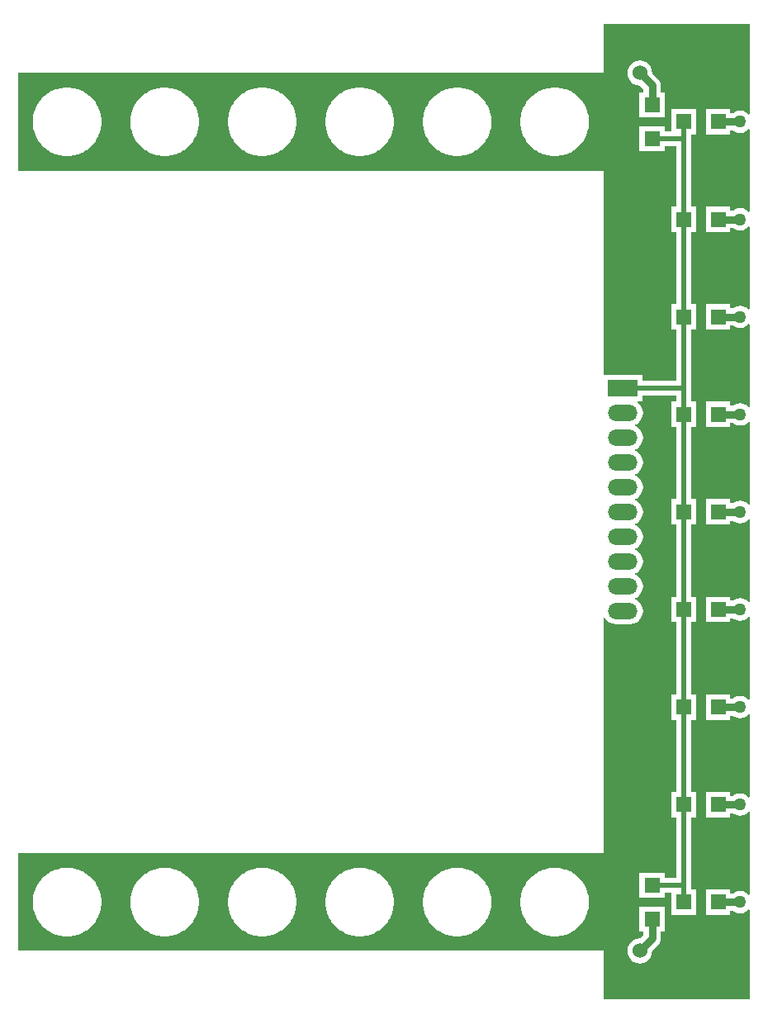
<source format=gtl>
G04 Layer_Physical_Order=1*
G04 Layer_Color=255*
%FSLAX25Y25*%
%MOIN*%
G70*
G01*
G75*
%ADD10R,0.06299X0.05906*%
%ADD11R,0.05906X0.06299*%
%ADD12C,0.03000*%
%ADD13C,0.02000*%
%ADD14C,0.06000*%
%ADD15O,0.12000X0.06500*%
%ADD16R,0.12000X0.06500*%
%ADD17C,0.05000*%
G36*
X334646Y396783D02*
X334146Y396614D01*
X333918Y396910D01*
X332978Y397632D01*
X331883Y398085D01*
X330709Y398240D01*
X329534Y398085D01*
X328439Y397632D01*
X327917Y397231D01*
X326803D01*
Y398850D01*
X316898D01*
Y388551D01*
X326803D01*
Y390171D01*
X327917D01*
X328439Y389770D01*
X329534Y389317D01*
X330709Y389162D01*
X331883Y389317D01*
X332978Y389770D01*
X333918Y390491D01*
X334146Y390788D01*
X334646Y390618D01*
Y357413D01*
X334146Y357244D01*
X333918Y357540D01*
X332978Y358261D01*
X331883Y358715D01*
X330709Y358870D01*
X329534Y358715D01*
X328439Y358261D01*
X327917Y357861D01*
X326803D01*
Y359480D01*
X316898D01*
Y349181D01*
X326803D01*
Y350800D01*
X327917D01*
X328439Y350400D01*
X329534Y349946D01*
X330709Y349792D01*
X331883Y349946D01*
X332978Y350400D01*
X333918Y351121D01*
X334146Y351418D01*
X334646Y351248D01*
Y318043D01*
X334146Y317874D01*
X333918Y318170D01*
X332978Y318891D01*
X331883Y319345D01*
X330709Y319499D01*
X329534Y319345D01*
X328439Y318891D01*
X327917Y318491D01*
X326803D01*
Y320110D01*
X316898D01*
Y309811D01*
X326803D01*
Y311430D01*
X327917D01*
X328439Y311030D01*
X329534Y310577D01*
X330709Y310422D01*
X331883Y310577D01*
X332978Y311030D01*
X333918Y311751D01*
X334146Y312048D01*
X334646Y311878D01*
Y278673D01*
X334146Y278503D01*
X333918Y278800D01*
X332978Y279521D01*
X331883Y279975D01*
X330709Y280129D01*
X329534Y279975D01*
X328439Y279521D01*
X327917Y279121D01*
X326803D01*
Y280740D01*
X316898D01*
Y270441D01*
X326803D01*
Y272060D01*
X327917D01*
X328439Y271660D01*
X329534Y271206D01*
X330709Y271052D01*
X331883Y271206D01*
X332978Y271660D01*
X333918Y272381D01*
X334146Y272678D01*
X334646Y272508D01*
Y239303D01*
X334146Y239133D01*
X333918Y239430D01*
X332978Y240151D01*
X331883Y240605D01*
X330709Y240759D01*
X329534Y240605D01*
X328439Y240151D01*
X327917Y239751D01*
X326803D01*
Y241370D01*
X316898D01*
Y231071D01*
X326803D01*
Y232690D01*
X327917D01*
X328439Y232290D01*
X329534Y231836D01*
X330709Y231682D01*
X331883Y231836D01*
X332978Y232290D01*
X333918Y233011D01*
X334146Y233308D01*
X334646Y233138D01*
Y199933D01*
X334146Y199763D01*
X333918Y200060D01*
X332978Y200781D01*
X331883Y201235D01*
X330709Y201389D01*
X329534Y201235D01*
X328439Y200781D01*
X327917Y200381D01*
X326803D01*
Y202000D01*
X316898D01*
Y191701D01*
X326803D01*
Y193320D01*
X327917D01*
X328439Y192920D01*
X329534Y192466D01*
X330709Y192312D01*
X331883Y192466D01*
X332978Y192920D01*
X333918Y193641D01*
X334146Y193938D01*
X334646Y193768D01*
Y160563D01*
X334146Y160393D01*
X333918Y160690D01*
X332978Y161411D01*
X331883Y161864D01*
X330709Y162019D01*
X329534Y161864D01*
X328439Y161411D01*
X327917Y161011D01*
X326803D01*
Y162630D01*
X316898D01*
Y152331D01*
X326803D01*
Y153950D01*
X327917D01*
X328439Y153550D01*
X329534Y153096D01*
X330709Y152942D01*
X331883Y153096D01*
X332978Y153550D01*
X333918Y154271D01*
X334146Y154567D01*
X334646Y154398D01*
Y121193D01*
X334146Y121023D01*
X333918Y121320D01*
X332978Y122041D01*
X331883Y122494D01*
X330709Y122649D01*
X329534Y122494D01*
X328439Y122041D01*
X327917Y121640D01*
X326803D01*
Y123260D01*
X316898D01*
Y112961D01*
X326803D01*
Y114580D01*
X327917D01*
X328439Y114180D01*
X329534Y113726D01*
X330709Y113571D01*
X331883Y113726D01*
X332978Y114180D01*
X333918Y114901D01*
X334146Y115197D01*
X334646Y115028D01*
Y81823D01*
X334146Y81653D01*
X333918Y81950D01*
X332978Y82671D01*
X331883Y83124D01*
X330709Y83279D01*
X329534Y83124D01*
X328439Y82671D01*
X327917Y82270D01*
X326803D01*
Y83890D01*
X316898D01*
Y73591D01*
X326803D01*
Y75210D01*
X327917D01*
X328439Y74809D01*
X329534Y74356D01*
X330709Y74201D01*
X331883Y74356D01*
X332978Y74809D01*
X333918Y75531D01*
X334146Y75827D01*
X334646Y75658D01*
Y39370D01*
X275591D01*
Y59055D01*
X39370D01*
Y98425D01*
X275591D01*
Y193565D01*
X276091Y193665D01*
X276129Y193573D01*
X276970Y192476D01*
X278067Y191635D01*
X279344Y191106D01*
X280715Y190925D01*
X286215D01*
X287585Y191106D01*
X288862Y191635D01*
X289959Y192476D01*
X290800Y193573D01*
X291329Y194850D01*
X291510Y196221D01*
X291329Y197591D01*
X290800Y198868D01*
X289959Y199965D01*
X288862Y200806D01*
X288466Y200971D01*
Y201470D01*
X288862Y201635D01*
X289959Y202476D01*
X290800Y203573D01*
X291329Y204850D01*
X291510Y206221D01*
X291329Y207591D01*
X290800Y208868D01*
X289959Y209965D01*
X288862Y210806D01*
X288466Y210970D01*
Y211471D01*
X288862Y211635D01*
X289959Y212476D01*
X290800Y213573D01*
X291329Y214850D01*
X291510Y216220D01*
X291329Y217591D01*
X290800Y218868D01*
X289959Y219965D01*
X288862Y220806D01*
X288466Y220971D01*
Y221470D01*
X288862Y221635D01*
X289959Y222476D01*
X290800Y223573D01*
X291329Y224850D01*
X291510Y226220D01*
X291329Y227591D01*
X290800Y228868D01*
X289959Y229965D01*
X288862Y230806D01*
X288466Y230971D01*
Y231470D01*
X288862Y231635D01*
X289959Y232476D01*
X290800Y233573D01*
X291329Y234850D01*
X291510Y236221D01*
X291329Y237591D01*
X290800Y238868D01*
X289959Y239965D01*
X288862Y240806D01*
X288466Y240970D01*
Y241471D01*
X288862Y241635D01*
X289959Y242476D01*
X290800Y243573D01*
X291329Y244850D01*
X291510Y246220D01*
X291329Y247591D01*
X290800Y248868D01*
X289959Y249965D01*
X288862Y250806D01*
X288466Y250971D01*
Y251470D01*
X288862Y251635D01*
X289959Y252476D01*
X290800Y253573D01*
X291329Y254850D01*
X291510Y256221D01*
X291329Y257591D01*
X290800Y258868D01*
X289959Y259965D01*
X288862Y260806D01*
X288466Y260970D01*
Y261471D01*
X288862Y261635D01*
X289959Y262476D01*
X290800Y263573D01*
X291329Y264850D01*
X291510Y266220D01*
X291329Y267591D01*
X290800Y268868D01*
X289959Y269965D01*
X288862Y270806D01*
X288466Y270971D01*
Y271470D01*
X288862Y271635D01*
X289959Y272476D01*
X290800Y273573D01*
X291329Y274850D01*
X291510Y276220D01*
X291329Y277591D01*
X290800Y278868D01*
X289959Y279965D01*
X289300Y280470D01*
X289470Y280971D01*
X291465D01*
Y283195D01*
X305045D01*
Y280740D01*
X303118D01*
Y270441D01*
X305045D01*
Y241370D01*
X303118D01*
Y231071D01*
X305045D01*
Y202000D01*
X303118D01*
Y191701D01*
X305045D01*
Y162630D01*
X303118D01*
Y152331D01*
X305045D01*
Y123260D01*
X303118D01*
Y112961D01*
X305045D01*
Y88656D01*
X300425D01*
Y90583D01*
X290126D01*
Y80677D01*
X300425D01*
Y82604D01*
X303118D01*
Y73591D01*
X313024D01*
Y83890D01*
X311097D01*
Y85630D01*
Y112961D01*
X313024D01*
Y123260D01*
X311097D01*
Y152331D01*
X313024D01*
Y162630D01*
X311097D01*
Y191701D01*
X313024D01*
Y202000D01*
X311097D01*
Y231071D01*
X313024D01*
Y241370D01*
X311097D01*
Y270441D01*
X313024D01*
Y280740D01*
X311097D01*
Y286221D01*
Y309811D01*
X313024D01*
Y320110D01*
X311097D01*
Y349181D01*
X313024D01*
Y359480D01*
X311097D01*
Y386811D01*
Y388551D01*
X313024D01*
Y398850D01*
X303118D01*
Y389837D01*
X300425D01*
Y391764D01*
X290126D01*
Y381858D01*
X300425D01*
Y383785D01*
X305045D01*
Y359480D01*
X303118D01*
Y349181D01*
X305045D01*
Y320110D01*
X303118D01*
Y309811D01*
X305045D01*
Y289246D01*
X291465D01*
Y291471D01*
X275591D01*
Y374016D01*
X39370D01*
Y413386D01*
X275591D01*
Y433071D01*
X334646D01*
Y396783D01*
D02*
G37*
%LPC*%
G36*
X177939Y92590D02*
X176391D01*
X176259Y92564D01*
X176125Y92573D01*
X174590Y92371D01*
X174463Y92328D01*
X174328Y92319D01*
X172833Y91918D01*
X172712Y91859D01*
X172580Y91832D01*
X171150Y91240D01*
X171038Y91165D01*
X170911Y91122D01*
X169570Y90348D01*
X169469Y90259D01*
X169348Y90200D01*
X168120Y89257D01*
X168031Y89156D01*
X167919Y89081D01*
X166824Y87986D01*
X166750Y87875D01*
X166648Y87786D01*
X165706Y86558D01*
X165647Y86437D01*
X165558Y86336D01*
X164784Y84995D01*
X164740Y84867D01*
X164666Y84756D01*
X164073Y83325D01*
X164047Y83193D01*
X163988Y83073D01*
X163587Y81577D01*
X163578Y81443D01*
X163535Y81315D01*
X163333Y79780D01*
X163341Y79646D01*
X163315Y79514D01*
Y77966D01*
X163341Y77834D01*
X163333Y77700D01*
X163535Y76165D01*
X163578Y76037D01*
X163587Y75903D01*
X163988Y74408D01*
X164047Y74287D01*
X164073Y74155D01*
X164666Y72725D01*
X164740Y72613D01*
X164784Y72486D01*
X165558Y71145D01*
X165647Y71043D01*
X165706Y70923D01*
X166648Y69695D01*
X166750Y69606D01*
X166824Y69494D01*
X167919Y68399D01*
X168031Y68325D01*
X168120Y68223D01*
X169348Y67281D01*
X169469Y67221D01*
X169570Y67133D01*
X170911Y66359D01*
X171038Y66315D01*
X171150Y66241D01*
X172580Y65648D01*
X172712Y65622D01*
X172833Y65562D01*
X174328Y65162D01*
X174463Y65153D01*
X174590Y65109D01*
X176125Y64907D01*
X176259Y64916D01*
X176391Y64890D01*
X177939D01*
X178071Y64916D01*
X178206Y64907D01*
X179741Y65109D01*
X179868Y65153D01*
X180002Y65162D01*
X181498Y65562D01*
X181618Y65622D01*
X181750Y65648D01*
X183181Y66241D01*
X183293Y66315D01*
X183420Y66359D01*
X184761Y67133D01*
X184862Y67221D01*
X184983Y67281D01*
X186211Y68223D01*
X186300Y68325D01*
X186411Y68399D01*
X187506Y69494D01*
X187581Y69606D01*
X187682Y69695D01*
X188625Y70923D01*
X188684Y71043D01*
X188773Y71145D01*
X189547Y72486D01*
X189590Y72613D01*
X189665Y72725D01*
X190258Y74155D01*
X190284Y74287D01*
X190343Y74408D01*
X190744Y75903D01*
X190753Y76038D01*
X190796Y76165D01*
X190998Y77700D01*
X190989Y77834D01*
X191016Y77966D01*
Y79514D01*
X190989Y79646D01*
X190998Y79781D01*
X190796Y81315D01*
X190753Y81443D01*
X190744Y81577D01*
X190343Y83073D01*
X190284Y83193D01*
X190258Y83325D01*
X189665Y84756D01*
X189590Y84867D01*
X189547Y84995D01*
X188773Y86336D01*
X188684Y86437D01*
X188625Y86558D01*
X187682Y87786D01*
X187581Y87875D01*
X187506Y87986D01*
X186411Y89081D01*
X186300Y89156D01*
X186211Y89257D01*
X184983Y90200D01*
X184862Y90259D01*
X184761Y90348D01*
X183420Y91122D01*
X183293Y91165D01*
X183181Y91240D01*
X181750Y91832D01*
X181618Y91859D01*
X181498Y91918D01*
X180002Y92319D01*
X179868Y92328D01*
X179741Y92371D01*
X178206Y92573D01*
X178071Y92564D01*
X177939Y92590D01*
D02*
G37*
G36*
X217310D02*
X215761D01*
X215629Y92564D01*
X215495Y92573D01*
X213960Y92371D01*
X213833Y92328D01*
X213699Y92319D01*
X212203Y91918D01*
X212082Y91859D01*
X211950Y91832D01*
X210520Y91240D01*
X210408Y91165D01*
X210281Y91122D01*
X208940Y90348D01*
X208839Y90259D01*
X208718Y90200D01*
X207490Y89257D01*
X207401Y89156D01*
X207289Y89081D01*
X206194Y87986D01*
X206120Y87875D01*
X206019Y87786D01*
X205076Y86558D01*
X205017Y86437D01*
X204928Y86336D01*
X204154Y84995D01*
X204111Y84867D01*
X204036Y84756D01*
X203443Y83325D01*
X203417Y83193D01*
X203358Y83073D01*
X202957Y81577D01*
X202948Y81443D01*
X202905Y81315D01*
X202703Y79780D01*
X202712Y79646D01*
X202685Y79514D01*
Y77966D01*
X202712Y77834D01*
X202703Y77700D01*
X202905Y76165D01*
X202948Y76037D01*
X202957Y75903D01*
X203358Y74408D01*
X203417Y74287D01*
X203443Y74155D01*
X204036Y72725D01*
X204111Y72613D01*
X204154Y72486D01*
X204928Y71145D01*
X205017Y71043D01*
X205076Y70923D01*
X206019Y69695D01*
X206120Y69606D01*
X206194Y69494D01*
X207289Y68399D01*
X207401Y68325D01*
X207490Y68223D01*
X208718Y67281D01*
X208839Y67221D01*
X208940Y67133D01*
X210281Y66359D01*
X210408Y66315D01*
X210520Y66241D01*
X211950Y65648D01*
X212082Y65622D01*
X212203Y65562D01*
X213699Y65162D01*
X213833Y65153D01*
X213960Y65109D01*
X215495Y64907D01*
X215629Y64916D01*
X215761Y64890D01*
X217310D01*
X217442Y64916D01*
X217576Y64907D01*
X219111Y65109D01*
X219238Y65153D01*
X219372Y65162D01*
X220868Y65562D01*
X220988Y65622D01*
X221121Y65648D01*
X222551Y66241D01*
X222663Y66315D01*
X222790Y66359D01*
X224131Y67133D01*
X224232Y67221D01*
X224353Y67281D01*
X225581Y68223D01*
X225670Y68325D01*
X225782Y68399D01*
X226876Y69494D01*
X226951Y69606D01*
X227052Y69695D01*
X227995Y70923D01*
X228054Y71043D01*
X228143Y71145D01*
X228917Y72486D01*
X228960Y72613D01*
X229035Y72725D01*
X229628Y74155D01*
X229654Y74287D01*
X229713Y74408D01*
X230114Y75903D01*
X230123Y76038D01*
X230166Y76165D01*
X230368Y77700D01*
X230359Y77834D01*
X230386Y77966D01*
Y79514D01*
X230359Y79646D01*
X230368Y79781D01*
X230166Y81315D01*
X230123Y81443D01*
X230114Y81577D01*
X229713Y83073D01*
X229654Y83193D01*
X229628Y83325D01*
X229035Y84756D01*
X228960Y84867D01*
X228917Y84995D01*
X228143Y86336D01*
X228054Y86437D01*
X227995Y86558D01*
X227052Y87786D01*
X226951Y87875D01*
X226876Y87986D01*
X225782Y89081D01*
X225670Y89156D01*
X225581Y89257D01*
X224353Y90200D01*
X224232Y90259D01*
X224131Y90348D01*
X222790Y91122D01*
X222663Y91165D01*
X222551Y91240D01*
X221121Y91832D01*
X220988Y91859D01*
X220868Y91918D01*
X219372Y92319D01*
X219238Y92328D01*
X219111Y92371D01*
X217576Y92573D01*
X217442Y92564D01*
X217310Y92590D01*
D02*
G37*
G36*
X256680D02*
X255131D01*
X254999Y92564D01*
X254865Y92573D01*
X253330Y92371D01*
X253203Y92328D01*
X253069Y92319D01*
X251573Y91918D01*
X251452Y91859D01*
X251321Y91832D01*
X249890Y91240D01*
X249778Y91165D01*
X249651Y91122D01*
X248310Y90348D01*
X248209Y90259D01*
X248088Y90200D01*
X246860Y89257D01*
X246771Y89156D01*
X246659Y89081D01*
X245565Y87986D01*
X245490Y87875D01*
X245389Y87786D01*
X244446Y86558D01*
X244387Y86437D01*
X244298Y86336D01*
X243524Y84995D01*
X243481Y84867D01*
X243406Y84756D01*
X242813Y83325D01*
X242787Y83193D01*
X242728Y83073D01*
X242327Y81577D01*
X242318Y81443D01*
X242275Y81315D01*
X242073Y79780D01*
X242082Y79646D01*
X242055Y79514D01*
Y77966D01*
X242082Y77834D01*
X242073Y77700D01*
X242275Y76165D01*
X242318Y76037D01*
X242327Y75903D01*
X242728Y74408D01*
X242787Y74287D01*
X242813Y74155D01*
X243406Y72725D01*
X243481Y72613D01*
X243524Y72486D01*
X244298Y71145D01*
X244387Y71043D01*
X244446Y70923D01*
X245389Y69695D01*
X245490Y69606D01*
X245565Y69494D01*
X246659Y68399D01*
X246771Y68325D01*
X246860Y68223D01*
X248088Y67281D01*
X248209Y67221D01*
X248310Y67133D01*
X249651Y66359D01*
X249778Y66315D01*
X249890Y66241D01*
X251321Y65648D01*
X251452Y65622D01*
X251573Y65562D01*
X253069Y65162D01*
X253203Y65153D01*
X253330Y65109D01*
X254865Y64907D01*
X254999Y64916D01*
X255131Y64890D01*
X256680D01*
X256812Y64916D01*
X256946Y64907D01*
X258481Y65109D01*
X258608Y65153D01*
X258742Y65162D01*
X260238Y65562D01*
X260359Y65622D01*
X260490Y65648D01*
X261921Y66241D01*
X262033Y66315D01*
X262160Y66359D01*
X263501Y67133D01*
X263602Y67221D01*
X263723Y67281D01*
X264951Y68223D01*
X265040Y68325D01*
X265152Y68399D01*
X266247Y69494D01*
X266321Y69606D01*
X266422Y69695D01*
X267365Y70923D01*
X267424Y71043D01*
X267513Y71145D01*
X268287Y72486D01*
X268330Y72613D01*
X268405Y72725D01*
X268998Y74155D01*
X269024Y74287D01*
X269083Y74408D01*
X269484Y75903D01*
X269493Y76038D01*
X269536Y76165D01*
X269738Y77700D01*
X269729Y77834D01*
X269756Y77966D01*
Y79514D01*
X269729Y79646D01*
X269738Y79781D01*
X269536Y81315D01*
X269493Y81443D01*
X269484Y81577D01*
X269083Y83073D01*
X269024Y83193D01*
X268998Y83325D01*
X268405Y84756D01*
X268330Y84867D01*
X268287Y84995D01*
X267513Y86336D01*
X267424Y86437D01*
X267365Y86558D01*
X266422Y87786D01*
X266321Y87875D01*
X266247Y87986D01*
X265152Y89081D01*
X265040Y89156D01*
X264951Y89257D01*
X263723Y90200D01*
X263602Y90259D01*
X263501Y90348D01*
X262160Y91122D01*
X262033Y91165D01*
X261921Y91240D01*
X260490Y91832D01*
X260359Y91859D01*
X260238Y91918D01*
X258742Y92319D01*
X258608Y92328D01*
X258481Y92371D01*
X256946Y92573D01*
X256812Y92564D01*
X256680Y92590D01*
D02*
G37*
G36*
X59829D02*
X58281D01*
X58149Y92564D01*
X58015Y92573D01*
X56480Y92371D01*
X56352Y92328D01*
X56218Y92319D01*
X54723Y91918D01*
X54602Y91859D01*
X54470Y91832D01*
X53040Y91240D01*
X52928Y91165D01*
X52800Y91122D01*
X51460Y90348D01*
X51358Y90259D01*
X51238Y90200D01*
X50010Y89257D01*
X49921Y89156D01*
X49809Y89081D01*
X48714Y87986D01*
X48639Y87875D01*
X48538Y87786D01*
X47596Y86558D01*
X47536Y86437D01*
X47448Y86336D01*
X46673Y84995D01*
X46630Y84867D01*
X46555Y84756D01*
X45963Y83325D01*
X45937Y83193D01*
X45877Y83073D01*
X45476Y81577D01*
X45468Y81443D01*
X45424Y81315D01*
X45222Y79780D01*
X45231Y79646D01*
X45205Y79514D01*
Y77966D01*
X45231Y77834D01*
X45222Y77700D01*
X45424Y76165D01*
X45468Y76037D01*
X45476Y75903D01*
X45877Y74408D01*
X45937Y74287D01*
X45963Y74155D01*
X46555Y72725D01*
X46630Y72613D01*
X46673Y72486D01*
X47448Y71145D01*
X47536Y71043D01*
X47596Y70923D01*
X48538Y69695D01*
X48639Y69606D01*
X48714Y69494D01*
X49809Y68399D01*
X49921Y68325D01*
X50010Y68223D01*
X51238Y67281D01*
X51358Y67221D01*
X51460Y67133D01*
X52800Y66359D01*
X52928Y66315D01*
X53040Y66241D01*
X54470Y65648D01*
X54602Y65622D01*
X54723Y65562D01*
X56218Y65162D01*
X56352Y65153D01*
X56480Y65109D01*
X58015Y64907D01*
X58149Y64916D01*
X58281Y64890D01*
X59829D01*
X59961Y64916D01*
X60095Y64907D01*
X61630Y65109D01*
X61758Y65153D01*
X61892Y65162D01*
X63388Y65562D01*
X63508Y65622D01*
X63640Y65648D01*
X65071Y66241D01*
X65182Y66315D01*
X65310Y66359D01*
X66651Y67133D01*
X66752Y67221D01*
X66872Y67281D01*
X68101Y68223D01*
X68189Y68325D01*
X68301Y68399D01*
X69396Y69494D01*
X69471Y69606D01*
X69572Y69695D01*
X70515Y70923D01*
X70574Y71043D01*
X70663Y71145D01*
X71437Y72486D01*
X71480Y72613D01*
X71555Y72725D01*
X72147Y74155D01*
X72174Y74287D01*
X72233Y74408D01*
X72634Y75903D01*
X72642Y76038D01*
X72686Y76165D01*
X72888Y77700D01*
X72879Y77834D01*
X72905Y77966D01*
Y79514D01*
X72879Y79646D01*
X72888Y79781D01*
X72686Y81315D01*
X72642Y81443D01*
X72634Y81577D01*
X72233Y83073D01*
X72174Y83193D01*
X72147Y83325D01*
X71555Y84756D01*
X71480Y84867D01*
X71437Y84995D01*
X70663Y86336D01*
X70574Y86437D01*
X70515Y86558D01*
X69572Y87786D01*
X69471Y87875D01*
X69396Y87986D01*
X68301Y89081D01*
X68189Y89156D01*
X68101Y89257D01*
X66872Y90200D01*
X66752Y90259D01*
X66651Y90348D01*
X65310Y91122D01*
X65182Y91165D01*
X65071Y91240D01*
X63640Y91832D01*
X63508Y91859D01*
X63388Y91918D01*
X61892Y92319D01*
X61758Y92328D01*
X61630Y92371D01*
X60095Y92573D01*
X59961Y92564D01*
X59829Y92590D01*
D02*
G37*
G36*
X300425Y76803D02*
X290126D01*
Y66898D01*
X291745D01*
Y65517D01*
X290320Y64092D01*
X290275Y64098D01*
X288970Y63926D01*
X287754Y63422D01*
X286709Y62621D01*
X285908Y61576D01*
X285404Y60360D01*
X285232Y59055D01*
X285404Y57749D01*
X285908Y56533D01*
X286709Y55489D01*
X287754Y54687D01*
X288970Y54184D01*
X290275Y54012D01*
X291581Y54184D01*
X292797Y54687D01*
X293841Y55489D01*
X294643Y56533D01*
X295147Y57749D01*
X295318Y59055D01*
X295312Y59100D01*
X297772Y61559D01*
X298333Y62290D01*
X298686Y63141D01*
X298806Y64055D01*
Y66898D01*
X300425D01*
Y76803D01*
D02*
G37*
G36*
X138569Y92590D02*
X137021D01*
X136889Y92564D01*
X136755Y92573D01*
X135220Y92371D01*
X135093Y92328D01*
X134958Y92319D01*
X133463Y91918D01*
X133342Y91859D01*
X133210Y91832D01*
X131780Y91240D01*
X131668Y91165D01*
X131541Y91122D01*
X130200Y90348D01*
X130099Y90259D01*
X129978Y90200D01*
X128750Y89257D01*
X128661Y89156D01*
X128549Y89081D01*
X127454Y87986D01*
X127380Y87875D01*
X127278Y87786D01*
X126336Y86558D01*
X126276Y86437D01*
X126188Y86336D01*
X125414Y84995D01*
X125370Y84867D01*
X125296Y84756D01*
X124703Y83325D01*
X124677Y83193D01*
X124617Y83073D01*
X124217Y81577D01*
X124208Y81443D01*
X124165Y81315D01*
X123962Y79780D01*
X123971Y79646D01*
X123945Y79514D01*
Y77966D01*
X123971Y77834D01*
X123962Y77700D01*
X124165Y76165D01*
X124208Y76037D01*
X124217Y75903D01*
X124617Y74408D01*
X124677Y74287D01*
X124703Y74155D01*
X125296Y72725D01*
X125370Y72613D01*
X125414Y72486D01*
X126188Y71145D01*
X126276Y71043D01*
X126336Y70923D01*
X127278Y69695D01*
X127380Y69606D01*
X127454Y69494D01*
X128549Y68399D01*
X128661Y68325D01*
X128750Y68223D01*
X129978Y67281D01*
X130099Y67221D01*
X130200Y67133D01*
X131541Y66359D01*
X131668Y66315D01*
X131780Y66241D01*
X133210Y65648D01*
X133342Y65622D01*
X133463Y65562D01*
X134958Y65162D01*
X135093Y65153D01*
X135220Y65109D01*
X136755Y64907D01*
X136889Y64916D01*
X137021Y64890D01*
X138569D01*
X138701Y64916D01*
X138836Y64907D01*
X140371Y65109D01*
X140498Y65153D01*
X140632Y65162D01*
X142128Y65562D01*
X142248Y65622D01*
X142380Y65648D01*
X143811Y66241D01*
X143923Y66315D01*
X144050Y66359D01*
X145391Y67133D01*
X145492Y67221D01*
X145613Y67281D01*
X146841Y68223D01*
X146930Y68325D01*
X147041Y68399D01*
X148136Y69494D01*
X148211Y69606D01*
X148312Y69695D01*
X149255Y70923D01*
X149314Y71043D01*
X149403Y71145D01*
X150177Y72486D01*
X150220Y72613D01*
X150295Y72725D01*
X150887Y74155D01*
X150914Y74287D01*
X150973Y74408D01*
X151374Y75903D01*
X151383Y76038D01*
X151426Y76165D01*
X151628Y77700D01*
X151619Y77834D01*
X151646Y77966D01*
Y79514D01*
X151619Y79646D01*
X151628Y79781D01*
X151426Y81315D01*
X151383Y81443D01*
X151374Y81577D01*
X150973Y83073D01*
X150914Y83193D01*
X150887Y83325D01*
X150295Y84756D01*
X150220Y84867D01*
X150177Y84995D01*
X149403Y86336D01*
X149314Y86437D01*
X149255Y86558D01*
X148312Y87786D01*
X148211Y87875D01*
X148136Y87986D01*
X147041Y89081D01*
X146930Y89156D01*
X146841Y89257D01*
X145613Y90200D01*
X145492Y90259D01*
X145391Y90348D01*
X144050Y91122D01*
X143923Y91165D01*
X143811Y91240D01*
X142380Y91832D01*
X142248Y91859D01*
X142128Y91918D01*
X140632Y92319D01*
X140498Y92328D01*
X140371Y92371D01*
X138836Y92573D01*
X138701Y92564D01*
X138569Y92590D01*
D02*
G37*
G36*
X99199D02*
X97651D01*
X97519Y92564D01*
X97385Y92573D01*
X95850Y92371D01*
X95723Y92328D01*
X95588Y92319D01*
X94093Y91918D01*
X93972Y91859D01*
X93840Y91832D01*
X92410Y91240D01*
X92298Y91165D01*
X92171Y91122D01*
X90830Y90348D01*
X90728Y90259D01*
X90608Y90200D01*
X89380Y89257D01*
X89291Y89156D01*
X89179Y89081D01*
X88084Y87986D01*
X88010Y87875D01*
X87908Y87786D01*
X86966Y86558D01*
X86906Y86437D01*
X86818Y86336D01*
X86044Y84995D01*
X86000Y84867D01*
X85926Y84756D01*
X85333Y83325D01*
X85307Y83193D01*
X85247Y83073D01*
X84847Y81577D01*
X84838Y81443D01*
X84794Y81315D01*
X84592Y79780D01*
X84601Y79646D01*
X84575Y79514D01*
Y77966D01*
X84601Y77834D01*
X84592Y77700D01*
X84794Y76165D01*
X84838Y76037D01*
X84847Y75903D01*
X85247Y74408D01*
X85307Y74287D01*
X85333Y74155D01*
X85926Y72725D01*
X86000Y72613D01*
X86044Y72486D01*
X86818Y71145D01*
X86906Y71043D01*
X86966Y70923D01*
X87908Y69695D01*
X88010Y69606D01*
X88084Y69494D01*
X89179Y68399D01*
X89291Y68325D01*
X89380Y68223D01*
X90608Y67281D01*
X90728Y67221D01*
X90830Y67133D01*
X92171Y66359D01*
X92298Y66315D01*
X92410Y66241D01*
X93840Y65648D01*
X93972Y65622D01*
X94093Y65562D01*
X95588Y65162D01*
X95723Y65153D01*
X95850Y65109D01*
X97385Y64907D01*
X97519Y64916D01*
X97651Y64890D01*
X99199D01*
X99331Y64916D01*
X99466Y64907D01*
X101000Y65109D01*
X101128Y65153D01*
X101262Y65162D01*
X102758Y65562D01*
X102878Y65622D01*
X103010Y65648D01*
X104441Y66241D01*
X104552Y66315D01*
X104680Y66359D01*
X106021Y67133D01*
X106122Y67221D01*
X106243Y67281D01*
X107471Y68223D01*
X107560Y68325D01*
X107671Y68399D01*
X108766Y69494D01*
X108841Y69606D01*
X108942Y69695D01*
X109885Y70923D01*
X109944Y71043D01*
X110033Y71145D01*
X110807Y72486D01*
X110850Y72613D01*
X110925Y72725D01*
X111517Y74155D01*
X111544Y74287D01*
X111603Y74408D01*
X112004Y75903D01*
X112013Y76038D01*
X112056Y76165D01*
X112258Y77700D01*
X112249Y77834D01*
X112275Y77966D01*
Y79514D01*
X112249Y79646D01*
X112258Y79781D01*
X112056Y81315D01*
X112013Y81443D01*
X112004Y81577D01*
X111603Y83073D01*
X111544Y83193D01*
X111517Y83325D01*
X110925Y84756D01*
X110850Y84867D01*
X110807Y84995D01*
X110033Y86336D01*
X109944Y86437D01*
X109885Y86558D01*
X108942Y87786D01*
X108841Y87875D01*
X108766Y87986D01*
X107671Y89081D01*
X107560Y89156D01*
X107471Y89257D01*
X106243Y90200D01*
X106122Y90259D01*
X106021Y90348D01*
X104680Y91122D01*
X104552Y91165D01*
X104441Y91240D01*
X103010Y91832D01*
X102878Y91859D01*
X102758Y91918D01*
X101262Y92319D01*
X101128Y92328D01*
X101000Y92371D01*
X99466Y92573D01*
X99331Y92564D01*
X99199Y92590D01*
D02*
G37*
G36*
X177939Y407551D02*
X176391D01*
X176259Y407525D01*
X176125Y407534D01*
X174590Y407332D01*
X174463Y407288D01*
X174328Y407279D01*
X172833Y406879D01*
X172712Y406819D01*
X172580Y406793D01*
X171150Y406201D01*
X171038Y406126D01*
X170911Y406082D01*
X169570Y405308D01*
X169469Y405220D01*
X169348Y405160D01*
X168120Y404218D01*
X168031Y404116D01*
X167919Y404042D01*
X166824Y402947D01*
X166750Y402835D01*
X166648Y402746D01*
X165706Y401518D01*
X165647Y401397D01*
X165558Y401296D01*
X164784Y399956D01*
X164740Y399828D01*
X164666Y399716D01*
X164073Y398286D01*
X164047Y398154D01*
X163988Y398033D01*
X163587Y396538D01*
X163578Y396404D01*
X163535Y396276D01*
X163333Y394741D01*
X163341Y394607D01*
X163315Y394475D01*
Y392927D01*
X163341Y392795D01*
X163333Y392660D01*
X163535Y391125D01*
X163578Y390998D01*
X163587Y390864D01*
X163988Y389368D01*
X164047Y389248D01*
X164073Y389116D01*
X164666Y387685D01*
X164740Y387574D01*
X164784Y387446D01*
X165558Y386105D01*
X165647Y386004D01*
X165706Y385883D01*
X166648Y384655D01*
X166750Y384566D01*
X166824Y384455D01*
X167919Y383360D01*
X168031Y383285D01*
X168120Y383184D01*
X169348Y382241D01*
X169469Y382182D01*
X169570Y382093D01*
X170911Y381319D01*
X171038Y381276D01*
X171150Y381201D01*
X172580Y380609D01*
X172712Y380582D01*
X172833Y380523D01*
X174328Y380122D01*
X174463Y380113D01*
X174590Y380070D01*
X176125Y379868D01*
X176259Y379877D01*
X176391Y379851D01*
X177939D01*
X178071Y379877D01*
X178206Y379868D01*
X179741Y380070D01*
X179868Y380113D01*
X180002Y380122D01*
X181498Y380523D01*
X181618Y380582D01*
X181750Y380609D01*
X183181Y381201D01*
X183293Y381276D01*
X183420Y381319D01*
X184761Y382093D01*
X184862Y382182D01*
X184983Y382241D01*
X186211Y383184D01*
X186300Y383285D01*
X186411Y383360D01*
X187506Y384455D01*
X187581Y384566D01*
X187682Y384655D01*
X188625Y385883D01*
X188684Y386004D01*
X188773Y386105D01*
X189547Y387446D01*
X189590Y387574D01*
X189665Y387685D01*
X190258Y389116D01*
X190284Y389248D01*
X190343Y389368D01*
X190744Y390864D01*
X190753Y390998D01*
X190796Y391125D01*
X190998Y392660D01*
X190989Y392795D01*
X191016Y392927D01*
Y394475D01*
X190989Y394607D01*
X190998Y394741D01*
X190796Y396276D01*
X190753Y396404D01*
X190744Y396538D01*
X190343Y398033D01*
X190284Y398154D01*
X190258Y398286D01*
X189665Y399716D01*
X189590Y399828D01*
X189547Y399956D01*
X188773Y401296D01*
X188684Y401397D01*
X188625Y401518D01*
X187682Y402746D01*
X187581Y402835D01*
X187506Y402947D01*
X186411Y404042D01*
X186300Y404116D01*
X186211Y404218D01*
X184983Y405160D01*
X184862Y405220D01*
X184761Y405308D01*
X183420Y406082D01*
X183293Y406126D01*
X183181Y406201D01*
X181750Y406793D01*
X181618Y406819D01*
X181498Y406879D01*
X180002Y407279D01*
X179868Y407288D01*
X179741Y407332D01*
X178206Y407534D01*
X178071Y407525D01*
X177939Y407551D01*
D02*
G37*
G36*
X217310D02*
X215761D01*
X215629Y407525D01*
X215495Y407534D01*
X213960Y407332D01*
X213833Y407288D01*
X213699Y407279D01*
X212203Y406879D01*
X212082Y406819D01*
X211950Y406793D01*
X210520Y406201D01*
X210408Y406126D01*
X210281Y406082D01*
X208940Y405308D01*
X208839Y405220D01*
X208718Y405160D01*
X207490Y404218D01*
X207401Y404116D01*
X207289Y404042D01*
X206194Y402947D01*
X206120Y402835D01*
X206019Y402746D01*
X205076Y401518D01*
X205017Y401397D01*
X204928Y401296D01*
X204154Y399956D01*
X204111Y399828D01*
X204036Y399716D01*
X203443Y398286D01*
X203417Y398154D01*
X203358Y398033D01*
X202957Y396538D01*
X202948Y396404D01*
X202905Y396276D01*
X202703Y394741D01*
X202712Y394607D01*
X202685Y394475D01*
Y392927D01*
X202712Y392795D01*
X202703Y392660D01*
X202905Y391125D01*
X202948Y390998D01*
X202957Y390864D01*
X203358Y389368D01*
X203417Y389248D01*
X203443Y389116D01*
X204036Y387685D01*
X204111Y387574D01*
X204154Y387446D01*
X204928Y386105D01*
X205017Y386004D01*
X205076Y385883D01*
X206019Y384655D01*
X206120Y384566D01*
X206194Y384455D01*
X207289Y383360D01*
X207401Y383285D01*
X207490Y383184D01*
X208718Y382241D01*
X208839Y382182D01*
X208940Y382093D01*
X210281Y381319D01*
X210408Y381276D01*
X210520Y381201D01*
X211950Y380609D01*
X212082Y380582D01*
X212203Y380523D01*
X213699Y380122D01*
X213833Y380113D01*
X213960Y380070D01*
X215495Y379868D01*
X215629Y379877D01*
X215761Y379851D01*
X217310D01*
X217442Y379877D01*
X217576Y379868D01*
X219111Y380070D01*
X219238Y380113D01*
X219372Y380122D01*
X220868Y380523D01*
X220988Y380582D01*
X221121Y380609D01*
X222551Y381201D01*
X222663Y381276D01*
X222790Y381319D01*
X224131Y382093D01*
X224232Y382182D01*
X224353Y382241D01*
X225581Y383184D01*
X225670Y383285D01*
X225782Y383360D01*
X226876Y384455D01*
X226951Y384566D01*
X227052Y384655D01*
X227995Y385883D01*
X228054Y386004D01*
X228143Y386105D01*
X228917Y387446D01*
X228960Y387574D01*
X229035Y387685D01*
X229628Y389116D01*
X229654Y389248D01*
X229713Y389368D01*
X230114Y390864D01*
X230123Y390998D01*
X230166Y391125D01*
X230368Y392660D01*
X230359Y392795D01*
X230386Y392927D01*
Y394475D01*
X230359Y394607D01*
X230368Y394741D01*
X230166Y396276D01*
X230123Y396404D01*
X230114Y396538D01*
X229713Y398033D01*
X229654Y398154D01*
X229628Y398286D01*
X229035Y399716D01*
X228960Y399828D01*
X228917Y399956D01*
X228143Y401296D01*
X228054Y401397D01*
X227995Y401518D01*
X227052Y402746D01*
X226951Y402835D01*
X226876Y402947D01*
X225782Y404042D01*
X225670Y404116D01*
X225581Y404218D01*
X224353Y405160D01*
X224232Y405220D01*
X224131Y405308D01*
X222790Y406082D01*
X222663Y406126D01*
X222551Y406201D01*
X221121Y406793D01*
X220988Y406819D01*
X220868Y406879D01*
X219372Y407279D01*
X219238Y407288D01*
X219111Y407332D01*
X217576Y407534D01*
X217442Y407525D01*
X217310Y407551D01*
D02*
G37*
G36*
X256680D02*
X255131D01*
X254999Y407525D01*
X254865Y407534D01*
X253330Y407332D01*
X253203Y407288D01*
X253069Y407279D01*
X251573Y406879D01*
X251452Y406819D01*
X251321Y406793D01*
X249890Y406201D01*
X249778Y406126D01*
X249651Y406082D01*
X248310Y405308D01*
X248209Y405220D01*
X248088Y405160D01*
X246860Y404218D01*
X246771Y404116D01*
X246659Y404042D01*
X245565Y402947D01*
X245490Y402835D01*
X245389Y402746D01*
X244446Y401518D01*
X244387Y401397D01*
X244298Y401296D01*
X243524Y399956D01*
X243481Y399828D01*
X243406Y399716D01*
X242813Y398286D01*
X242787Y398154D01*
X242728Y398033D01*
X242327Y396538D01*
X242318Y396404D01*
X242275Y396276D01*
X242073Y394741D01*
X242082Y394607D01*
X242055Y394475D01*
Y392927D01*
X242082Y392795D01*
X242073Y392660D01*
X242275Y391125D01*
X242318Y390998D01*
X242327Y390864D01*
X242728Y389368D01*
X242787Y389248D01*
X242813Y389116D01*
X243406Y387685D01*
X243481Y387574D01*
X243524Y387446D01*
X244298Y386105D01*
X244387Y386004D01*
X244446Y385883D01*
X245389Y384655D01*
X245490Y384566D01*
X245565Y384455D01*
X246659Y383360D01*
X246771Y383285D01*
X246860Y383184D01*
X248088Y382241D01*
X248209Y382182D01*
X248310Y382093D01*
X249651Y381319D01*
X249778Y381276D01*
X249890Y381201D01*
X251321Y380609D01*
X251452Y380582D01*
X251573Y380523D01*
X253069Y380122D01*
X253203Y380113D01*
X253330Y380070D01*
X254865Y379868D01*
X254999Y379877D01*
X255131Y379851D01*
X256680D01*
X256812Y379877D01*
X256946Y379868D01*
X258481Y380070D01*
X258608Y380113D01*
X258742Y380122D01*
X260238Y380523D01*
X260359Y380582D01*
X260490Y380609D01*
X261921Y381201D01*
X262033Y381276D01*
X262160Y381319D01*
X263501Y382093D01*
X263602Y382182D01*
X263723Y382241D01*
X264951Y383184D01*
X265040Y383285D01*
X265152Y383360D01*
X266247Y384455D01*
X266321Y384566D01*
X266422Y384655D01*
X267365Y385883D01*
X267424Y386004D01*
X267513Y386105D01*
X268287Y387446D01*
X268330Y387574D01*
X268405Y387685D01*
X268998Y389116D01*
X269024Y389248D01*
X269083Y389368D01*
X269484Y390864D01*
X269493Y390998D01*
X269536Y391125D01*
X269738Y392660D01*
X269729Y392795D01*
X269756Y392927D01*
Y394475D01*
X269729Y394607D01*
X269738Y394741D01*
X269536Y396276D01*
X269493Y396404D01*
X269484Y396538D01*
X269083Y398033D01*
X269024Y398154D01*
X268998Y398286D01*
X268405Y399716D01*
X268330Y399828D01*
X268287Y399956D01*
X267513Y401296D01*
X267424Y401397D01*
X267365Y401518D01*
X266422Y402746D01*
X266321Y402835D01*
X266247Y402947D01*
X265152Y404042D01*
X265040Y404116D01*
X264951Y404218D01*
X263723Y405160D01*
X263602Y405220D01*
X263501Y405308D01*
X262160Y406082D01*
X262033Y406126D01*
X261921Y406201D01*
X260490Y406793D01*
X260359Y406819D01*
X260238Y406879D01*
X258742Y407279D01*
X258608Y407288D01*
X258481Y407332D01*
X256946Y407534D01*
X256812Y407525D01*
X256680Y407551D01*
D02*
G37*
G36*
X138569D02*
X137021D01*
X136889Y407525D01*
X136755Y407534D01*
X135220Y407332D01*
X135093Y407288D01*
X134958Y407279D01*
X133463Y406879D01*
X133342Y406819D01*
X133210Y406793D01*
X131780Y406201D01*
X131668Y406126D01*
X131541Y406082D01*
X130200Y405308D01*
X130099Y405220D01*
X129978Y405160D01*
X128750Y404218D01*
X128661Y404116D01*
X128549Y404042D01*
X127454Y402947D01*
X127380Y402835D01*
X127278Y402746D01*
X126336Y401518D01*
X126276Y401397D01*
X126188Y401296D01*
X125414Y399956D01*
X125370Y399828D01*
X125296Y399716D01*
X124703Y398286D01*
X124677Y398154D01*
X124617Y398033D01*
X124217Y396538D01*
X124208Y396404D01*
X124165Y396276D01*
X123962Y394741D01*
X123971Y394607D01*
X123945Y394475D01*
Y392927D01*
X123971Y392795D01*
X123962Y392660D01*
X124165Y391125D01*
X124208Y390998D01*
X124217Y390864D01*
X124617Y389368D01*
X124677Y389248D01*
X124703Y389116D01*
X125296Y387685D01*
X125370Y387574D01*
X125414Y387446D01*
X126188Y386105D01*
X126276Y386004D01*
X126336Y385883D01*
X127278Y384655D01*
X127380Y384566D01*
X127454Y384455D01*
X128549Y383360D01*
X128661Y383285D01*
X128750Y383184D01*
X129978Y382241D01*
X130099Y382182D01*
X130200Y382093D01*
X131541Y381319D01*
X131668Y381276D01*
X131780Y381201D01*
X133210Y380609D01*
X133342Y380582D01*
X133463Y380523D01*
X134958Y380122D01*
X135093Y380113D01*
X135220Y380070D01*
X136755Y379868D01*
X136889Y379877D01*
X137021Y379851D01*
X138569D01*
X138701Y379877D01*
X138836Y379868D01*
X140371Y380070D01*
X140498Y380113D01*
X140632Y380122D01*
X142128Y380523D01*
X142248Y380582D01*
X142380Y380609D01*
X143811Y381201D01*
X143923Y381276D01*
X144050Y381319D01*
X145391Y382093D01*
X145492Y382182D01*
X145613Y382241D01*
X146841Y383184D01*
X146930Y383285D01*
X147041Y383360D01*
X148136Y384455D01*
X148211Y384566D01*
X148312Y384655D01*
X149255Y385883D01*
X149314Y386004D01*
X149403Y386105D01*
X150177Y387446D01*
X150220Y387574D01*
X150295Y387685D01*
X150887Y389116D01*
X150914Y389248D01*
X150973Y389368D01*
X151374Y390864D01*
X151383Y390998D01*
X151426Y391125D01*
X151628Y392660D01*
X151619Y392795D01*
X151646Y392927D01*
Y394475D01*
X151619Y394607D01*
X151628Y394741D01*
X151426Y396276D01*
X151383Y396404D01*
X151374Y396538D01*
X150973Y398033D01*
X150914Y398154D01*
X150887Y398286D01*
X150295Y399716D01*
X150220Y399828D01*
X150177Y399956D01*
X149403Y401296D01*
X149314Y401397D01*
X149255Y401518D01*
X148312Y402746D01*
X148211Y402835D01*
X148136Y402947D01*
X147041Y404042D01*
X146930Y404116D01*
X146841Y404218D01*
X145613Y405160D01*
X145492Y405220D01*
X145391Y405308D01*
X144050Y406082D01*
X143923Y406126D01*
X143811Y406201D01*
X142380Y406793D01*
X142248Y406819D01*
X142128Y406879D01*
X140632Y407279D01*
X140498Y407288D01*
X140371Y407332D01*
X138836Y407534D01*
X138701Y407525D01*
X138569Y407551D01*
D02*
G37*
G36*
X290275Y418429D02*
X288970Y418257D01*
X287754Y417753D01*
X286709Y416952D01*
X285908Y415907D01*
X285404Y414691D01*
X285232Y413385D01*
X285404Y412080D01*
X285908Y410864D01*
X286709Y409820D01*
X287754Y409018D01*
X288970Y408514D01*
X290275Y408342D01*
X290320Y408348D01*
X291745Y406923D01*
Y405543D01*
X290126D01*
Y395638D01*
X300425D01*
Y405543D01*
X298806D01*
Y408385D01*
X298686Y409299D01*
X298333Y410150D01*
X297772Y410881D01*
X295312Y413341D01*
X295318Y413385D01*
X295147Y414691D01*
X294643Y415907D01*
X293841Y416952D01*
X292797Y417753D01*
X291581Y418257D01*
X290275Y418429D01*
D02*
G37*
G36*
X59829Y407551D02*
X58281D01*
X58149Y407525D01*
X58015Y407534D01*
X56480Y407332D01*
X56352Y407288D01*
X56218Y407279D01*
X54723Y406879D01*
X54602Y406819D01*
X54470Y406793D01*
X53040Y406201D01*
X52928Y406126D01*
X52800Y406082D01*
X51460Y405308D01*
X51358Y405220D01*
X51238Y405160D01*
X50010Y404218D01*
X49921Y404116D01*
X49809Y404042D01*
X48714Y402947D01*
X48639Y402835D01*
X48538Y402746D01*
X47596Y401518D01*
X47536Y401397D01*
X47448Y401296D01*
X46673Y399956D01*
X46630Y399828D01*
X46555Y399716D01*
X45963Y398286D01*
X45937Y398154D01*
X45877Y398033D01*
X45476Y396538D01*
X45468Y396404D01*
X45424Y396276D01*
X45222Y394741D01*
X45231Y394607D01*
X45205Y394475D01*
Y392927D01*
X45231Y392795D01*
X45222Y392660D01*
X45424Y391125D01*
X45468Y390998D01*
X45476Y390864D01*
X45877Y389368D01*
X45937Y389248D01*
X45963Y389116D01*
X46555Y387685D01*
X46630Y387574D01*
X46673Y387446D01*
X47448Y386105D01*
X47536Y386004D01*
X47596Y385883D01*
X48538Y384655D01*
X48639Y384566D01*
X48714Y384455D01*
X49809Y383360D01*
X49921Y383285D01*
X50010Y383184D01*
X51238Y382241D01*
X51358Y382182D01*
X51460Y382093D01*
X52800Y381319D01*
X52928Y381276D01*
X53040Y381201D01*
X54470Y380609D01*
X54602Y380582D01*
X54723Y380523D01*
X56218Y380122D01*
X56352Y380113D01*
X56480Y380070D01*
X58015Y379868D01*
X58149Y379877D01*
X58281Y379851D01*
X59829D01*
X59961Y379877D01*
X60095Y379868D01*
X61630Y380070D01*
X61758Y380113D01*
X61892Y380122D01*
X63388Y380523D01*
X63508Y380582D01*
X63640Y380609D01*
X65071Y381201D01*
X65182Y381276D01*
X65310Y381319D01*
X66651Y382093D01*
X66752Y382182D01*
X66872Y382241D01*
X68101Y383184D01*
X68189Y383285D01*
X68301Y383360D01*
X69396Y384455D01*
X69471Y384566D01*
X69572Y384655D01*
X70515Y385883D01*
X70574Y386004D01*
X70663Y386105D01*
X71437Y387446D01*
X71480Y387574D01*
X71555Y387685D01*
X72147Y389116D01*
X72174Y389248D01*
X72233Y389368D01*
X72634Y390864D01*
X72642Y390998D01*
X72686Y391125D01*
X72888Y392660D01*
X72879Y392795D01*
X72905Y392927D01*
Y394475D01*
X72879Y394607D01*
X72888Y394741D01*
X72686Y396276D01*
X72642Y396404D01*
X72634Y396538D01*
X72233Y398033D01*
X72174Y398154D01*
X72147Y398286D01*
X71555Y399716D01*
X71480Y399828D01*
X71437Y399956D01*
X70663Y401296D01*
X70574Y401397D01*
X70515Y401518D01*
X69572Y402746D01*
X69471Y402835D01*
X69396Y402947D01*
X68301Y404042D01*
X68189Y404116D01*
X68101Y404218D01*
X66872Y405160D01*
X66752Y405220D01*
X66651Y405308D01*
X65310Y406082D01*
X65182Y406126D01*
X65071Y406201D01*
X63640Y406793D01*
X63508Y406819D01*
X63388Y406879D01*
X61892Y407279D01*
X61758Y407288D01*
X61630Y407332D01*
X60095Y407534D01*
X59961Y407525D01*
X59829Y407551D01*
D02*
G37*
G36*
X99199D02*
X97651D01*
X97519Y407525D01*
X97385Y407534D01*
X95850Y407332D01*
X95723Y407288D01*
X95588Y407279D01*
X94093Y406879D01*
X93972Y406819D01*
X93840Y406793D01*
X92410Y406201D01*
X92298Y406126D01*
X92171Y406082D01*
X90830Y405308D01*
X90728Y405220D01*
X90608Y405160D01*
X89380Y404218D01*
X89291Y404116D01*
X89179Y404042D01*
X88084Y402947D01*
X88010Y402835D01*
X87908Y402746D01*
X86966Y401518D01*
X86906Y401397D01*
X86818Y401296D01*
X86044Y399956D01*
X86000Y399828D01*
X85926Y399716D01*
X85333Y398286D01*
X85307Y398154D01*
X85247Y398033D01*
X84847Y396538D01*
X84838Y396404D01*
X84794Y396276D01*
X84592Y394741D01*
X84601Y394607D01*
X84575Y394475D01*
Y392927D01*
X84601Y392795D01*
X84592Y392660D01*
X84794Y391125D01*
X84838Y390998D01*
X84847Y390864D01*
X85247Y389368D01*
X85307Y389248D01*
X85333Y389116D01*
X85926Y387685D01*
X86000Y387574D01*
X86044Y387446D01*
X86818Y386105D01*
X86906Y386004D01*
X86966Y385883D01*
X87908Y384655D01*
X88010Y384566D01*
X88084Y384455D01*
X89179Y383360D01*
X89291Y383285D01*
X89380Y383184D01*
X90608Y382241D01*
X90728Y382182D01*
X90830Y382093D01*
X92171Y381319D01*
X92298Y381276D01*
X92410Y381201D01*
X93840Y380609D01*
X93972Y380582D01*
X94093Y380523D01*
X95588Y380122D01*
X95723Y380113D01*
X95850Y380070D01*
X97385Y379868D01*
X97519Y379877D01*
X97651Y379851D01*
X99199D01*
X99331Y379877D01*
X99466Y379868D01*
X101000Y380070D01*
X101128Y380113D01*
X101262Y380122D01*
X102758Y380523D01*
X102878Y380582D01*
X103010Y380609D01*
X104441Y381201D01*
X104552Y381276D01*
X104680Y381319D01*
X106021Y382093D01*
X106122Y382182D01*
X106243Y382241D01*
X107471Y383184D01*
X107560Y383285D01*
X107671Y383360D01*
X108766Y384455D01*
X108841Y384566D01*
X108942Y384655D01*
X109885Y385883D01*
X109944Y386004D01*
X110033Y386105D01*
X110807Y387446D01*
X110850Y387574D01*
X110925Y387685D01*
X111517Y389116D01*
X111544Y389248D01*
X111603Y389368D01*
X112004Y390864D01*
X112013Y390998D01*
X112056Y391125D01*
X112258Y392660D01*
X112249Y392795D01*
X112275Y392927D01*
Y394475D01*
X112249Y394607D01*
X112258Y394741D01*
X112056Y396276D01*
X112013Y396404D01*
X112004Y396538D01*
X111603Y398033D01*
X111544Y398154D01*
X111517Y398286D01*
X110925Y399716D01*
X110850Y399828D01*
X110807Y399956D01*
X110033Y401296D01*
X109944Y401397D01*
X109885Y401518D01*
X108942Y402746D01*
X108841Y402835D01*
X108766Y402947D01*
X107671Y404042D01*
X107560Y404116D01*
X107471Y404218D01*
X106243Y405160D01*
X106122Y405220D01*
X106021Y405308D01*
X104680Y406082D01*
X104552Y406126D01*
X104441Y406201D01*
X103010Y406793D01*
X102878Y406819D01*
X102758Y406879D01*
X101262Y407279D01*
X101128Y407288D01*
X101000Y407332D01*
X99466Y407534D01*
X99331Y407525D01*
X99199Y407551D01*
D02*
G37*
%LPD*%
D10*
X295276Y85630D02*
D03*
Y71850D02*
D03*
Y386811D02*
D03*
Y400591D02*
D03*
D11*
X308071Y78740D02*
D03*
X321850D02*
D03*
X308071Y118110D02*
D03*
X321850D02*
D03*
X308071Y157480D02*
D03*
X321850D02*
D03*
X308071Y196850D02*
D03*
X321850D02*
D03*
X308071Y236221D02*
D03*
X321850D02*
D03*
X308071Y275591D02*
D03*
X321850D02*
D03*
X308071Y314961D02*
D03*
X321850D02*
D03*
X308071Y354331D02*
D03*
X321850D02*
D03*
X308071Y393701D02*
D03*
X321850D02*
D03*
D12*
X290275Y413385D02*
X295276Y408385D01*
Y400591D02*
Y408385D01*
X290275Y59055D02*
X295276Y64055D01*
Y71850D01*
X321850Y393701D02*
X330709D01*
X321850Y354331D02*
X330709D01*
X321850Y314961D02*
X330709D01*
X321850Y275591D02*
X330709D01*
X321850Y236221D02*
X330709D01*
X321850Y196850D02*
X330709D01*
X321850Y157480D02*
X330709D01*
X321850Y118110D02*
X330709D01*
X321850Y78740D02*
X330709D01*
D13*
X308071Y118110D02*
Y157480D01*
Y196850D01*
Y236221D01*
Y275591D01*
Y314961D02*
Y354331D01*
X295276Y386811D02*
X308071D01*
Y354331D02*
Y386811D01*
Y393701D01*
X295276Y85630D02*
X308071D01*
Y78740D02*
Y85630D01*
Y118110D01*
X283465Y286221D02*
X308071D01*
Y275591D02*
Y286221D01*
Y314961D01*
D14*
X300276Y413386D02*
D03*
X290275Y413385D02*
D03*
X300276Y59055D02*
D03*
X290275Y59055D02*
D03*
D15*
X283465Y246220D02*
D03*
Y236221D02*
D03*
Y226220D02*
D03*
Y206221D02*
D03*
Y216220D02*
D03*
Y276220D02*
D03*
Y256221D02*
D03*
Y266220D02*
D03*
Y196221D02*
D03*
Y186221D02*
D03*
D16*
Y286221D02*
D03*
D17*
X330709Y78740D02*
D03*
Y118110D02*
D03*
Y157480D02*
D03*
Y196850D02*
D03*
Y236221D02*
D03*
Y275591D02*
D03*
Y314961D02*
D03*
Y354331D02*
D03*
Y393701D02*
D03*
M02*

</source>
